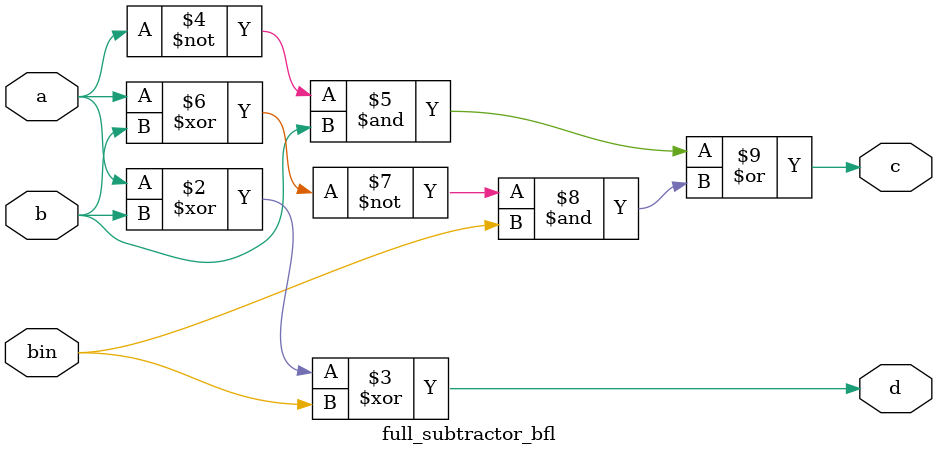
<source format=v>
module four_bit_full_sub(a,b,bin,d,bo);

//input 
input [3:0] a,b;
input bin;

//output 
output [3:0]d;
output bo;

wire [2:0]c;

full_subtractor_bfl fsab1(d[0],c[0],a[0],b[0],1);
full_subtractor_bfl fsab2(d[1],c[1],a[1],b[1],c[0]);
full_subtractor_bfl fsab3(d[2],c[2],a[2],b[2],c[1]);
full_subtractor_bfl fsab4(d[3],bo,a[3],b[3],c[2]);

endmodule 

module full_subtractor_bfl(d,c,a,b,bin);

output reg d,c;
input a,b,bin;

always @(*)
begin
d = a^b^bin;
c = ( ((~a)&b) | ~(a^b)&bin);
end

endmodule 
</source>
